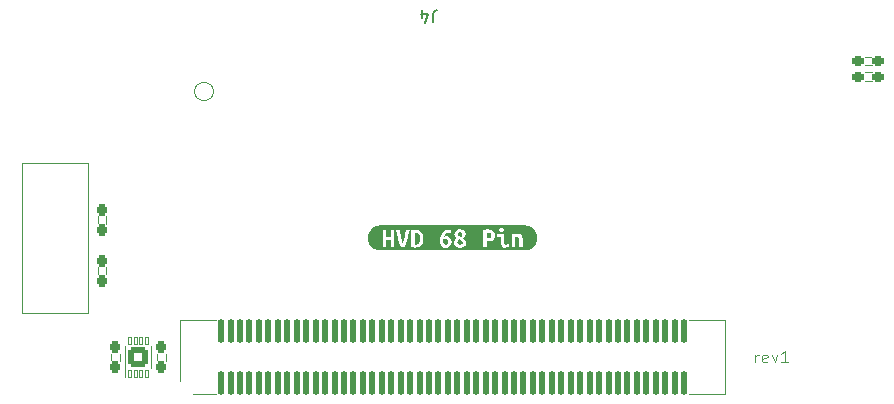
<source format=gto>
G04 #@! TF.GenerationSoftware,KiCad,Pcbnew,8.0.6*
G04 #@! TF.CreationDate,2024-11-07T02:26:58-08:00*
G04 #@! TF.ProjectId,hvd-68-hd,6876642d-3638-42d6-9864-2e6b69636164,1*
G04 #@! TF.SameCoordinates,Original*
G04 #@! TF.FileFunction,Legend,Top*
G04 #@! TF.FilePolarity,Positive*
%FSLAX46Y46*%
G04 Gerber Fmt 4.6, Leading zero omitted, Abs format (unit mm)*
G04 Created by KiCad (PCBNEW 8.0.6) date 2024-11-07 02:26:58*
%MOMM*%
%LPD*%
G01*
G04 APERTURE LIST*
G04 Aperture macros list*
%AMRoundRect*
0 Rectangle with rounded corners*
0 $1 Rounding radius*
0 $2 $3 $4 $5 $6 $7 $8 $9 X,Y pos of 4 corners*
0 Add a 4 corners polygon primitive as box body*
4,1,4,$2,$3,$4,$5,$6,$7,$8,$9,$2,$3,0*
0 Add four circle primitives for the rounded corners*
1,1,$1+$1,$2,$3*
1,1,$1+$1,$4,$5*
1,1,$1+$1,$6,$7*
1,1,$1+$1,$8,$9*
0 Add four rect primitives between the rounded corners*
20,1,$1+$1,$2,$3,$4,$5,0*
20,1,$1+$1,$4,$5,$6,$7,0*
20,1,$1+$1,$6,$7,$8,$9,0*
20,1,$1+$1,$8,$9,$2,$3,0*%
G04 Aperture macros list end*
%ADD10C,0.100000*%
%ADD11C,0.150000*%
%ADD12C,0.120000*%
%ADD13C,0.000000*%
%ADD14C,0.800000*%
%ADD15C,1.200000*%
%ADD16RoundRect,0.125000X0.125000X0.925000X-0.125000X0.925000X-0.125000X-0.925000X0.125000X-0.925000X0*%
%ADD17RoundRect,0.225000X0.225000X-0.275000X0.225000X0.275000X-0.225000X0.275000X-0.225000X-0.275000X0*%
%ADD18RoundRect,0.225000X-0.225000X0.275000X-0.225000X-0.275000X0.225000X-0.275000X0.225000X0.275000X0*%
%ADD19C,1.300000*%
%ADD20C,4.200000*%
%ADD21RoundRect,0.225000X0.275000X0.225000X-0.275000X0.225000X-0.275000X-0.225000X0.275000X-0.225000X0*%
%ADD22RoundRect,0.225000X-0.275000X-0.225000X0.275000X-0.225000X0.275000X0.225000X-0.275000X0.225000X0*%
%ADD23C,6.500000*%
%ADD24RoundRect,0.062500X0.137500X-0.287500X0.137500X0.287500X-0.137500X0.287500X-0.137500X-0.287500X0*%
%ADD25RoundRect,0.265625X0.584375X-0.584375X0.584375X0.584375X-0.584375X0.584375X-0.584375X-0.584375X0*%
%ADD26C,2.300000*%
%ADD27C,2.700000*%
%ADD28C,1.950000*%
G04 APERTURE END LIST*
D10*
X-11857143Y3542581D02*
X-11857143Y4209248D01*
X-11857143Y4018772D02*
X-11809524Y4114010D01*
X-11809524Y4114010D02*
X-11761905Y4161629D01*
X-11761905Y4161629D02*
X-11666667Y4209248D01*
X-11666667Y4209248D02*
X-11571429Y4209248D01*
X-10857143Y3590200D02*
X-10952381Y3542581D01*
X-10952381Y3542581D02*
X-11142857Y3542581D01*
X-11142857Y3542581D02*
X-11238095Y3590200D01*
X-11238095Y3590200D02*
X-11285714Y3685439D01*
X-11285714Y3685439D02*
X-11285714Y4066391D01*
X-11285714Y4066391D02*
X-11238095Y4161629D01*
X-11238095Y4161629D02*
X-11142857Y4209248D01*
X-11142857Y4209248D02*
X-10952381Y4209248D01*
X-10952381Y4209248D02*
X-10857143Y4161629D01*
X-10857143Y4161629D02*
X-10809524Y4066391D01*
X-10809524Y4066391D02*
X-10809524Y3971153D01*
X-10809524Y3971153D02*
X-11285714Y3875915D01*
X-10476190Y4209248D02*
X-10238095Y3542581D01*
X-10238095Y3542581D02*
X-10000000Y4209248D01*
X-9095238Y3542581D02*
X-9666666Y3542581D01*
X-9380952Y3542581D02*
X-9380952Y4542581D01*
X-9380952Y4542581D02*
X-9476190Y4399724D01*
X-9476190Y4399724D02*
X-9571428Y4304486D01*
X-9571428Y4304486D02*
X-9666666Y4256867D01*
D11*
X-39166667Y32354821D02*
X-39166667Y33069106D01*
X-39166667Y33069106D02*
X-39119048Y33211963D01*
X-39119048Y33211963D02*
X-39023810Y33307201D01*
X-39023810Y33307201D02*
X-38880953Y33354821D01*
X-38880953Y33354821D02*
X-38785715Y33354821D01*
X-40071429Y32688154D02*
X-40071429Y33354821D01*
X-39833334Y32307201D02*
X-39595239Y33021487D01*
X-39595239Y33021487D02*
X-40214286Y33021487D01*
D12*
G04 #@! TO.C,J1*
X-60600001Y7100000D02*
X-60600000Y2000000D01*
X-60600001Y7100000D02*
X-57500001Y7100000D01*
X-59500000Y900000D02*
X-57500001Y900000D01*
X-17499999Y7100000D02*
X-14399999Y7100000D01*
X-17499999Y900000D02*
X-14399999Y900000D01*
X-14399999Y7100000D02*
X-14399999Y900000D01*
D10*
G04 #@! TO.C,R3*
X-67549999Y11600000D02*
X-67549999Y11000000D01*
X-66850001Y11000000D02*
X-66850001Y11600000D01*
G04 #@! TO.C,R2*
X-67549999Y15900000D02*
X-67549999Y15300000D01*
X-66850001Y15300000D02*
X-66850001Y15900000D01*
D12*
G04 #@! TO.C,J4*
X-57750000Y26484001D02*
G75*
G02*
X-59350000Y26484001I-800000J0D01*
G01*
X-59350000Y26484001D02*
G75*
G02*
X-57750000Y26484001I800000J0D01*
G01*
D10*
G04 #@! TO.C,C1*
X-66399999Y3700000D02*
X-66399999Y4300000D01*
X-65700001Y4300000D02*
X-65700001Y3700000D01*
G04 #@! TO.C,R4*
X-2600000Y27400001D02*
X-2000000Y27400001D01*
X-2000000Y28099999D02*
X-2600000Y28099999D01*
G04 #@! TO.C,C2*
X-2600000Y29399999D02*
X-2000000Y29399999D01*
X-2000000Y28700001D02*
X-2600000Y28700001D01*
D13*
G04 #@! TO.C,kibuzzard-672C63B8*
G36*
X-36740307Y14533764D02*
G01*
X-36683360Y14406543D01*
X-36714863Y14276898D01*
X-36821486Y14154523D01*
X-36940832Y14211470D01*
X-37017771Y14265994D01*
X-37073506Y14404120D01*
X-37014136Y14532553D01*
X-36877221Y14576171D01*
X-36740307Y14533764D01*
G37*
G36*
X-36821486Y13891599D02*
G01*
X-36718498Y13831018D01*
X-36660339Y13764378D01*
X-36642165Y13679564D01*
X-36706381Y13554766D01*
X-36879645Y13502666D01*
X-37043215Y13552342D01*
X-37112278Y13698950D01*
X-37075929Y13831018D01*
X-36971729Y13955816D01*
X-36821486Y13891599D01*
G37*
G36*
X-34376111Y14531038D02*
G01*
X-34292811Y14490145D01*
X-34239196Y14416539D01*
X-34221325Y14304766D01*
X-34239499Y14186935D01*
X-34294023Y14109693D01*
X-34384289Y14066983D01*
X-34509693Y14052746D01*
X-34630856Y14052746D01*
X-34630856Y14537399D01*
X-34556947Y14543457D01*
X-34483037Y14544669D01*
X-34376111Y14531038D01*
G37*
G36*
X-40439418Y14502262D02*
G01*
X-40340065Y14389580D01*
X-40289176Y14227221D01*
X-40274637Y14038207D01*
X-40279180Y13931280D01*
X-40292811Y13833441D01*
X-40353393Y13672294D01*
X-40464863Y13565670D01*
X-40635703Y13526898D01*
X-40662359Y13526898D01*
X-40689015Y13529321D01*
X-40689015Y14537399D01*
X-40645396Y14543457D01*
X-40601777Y14544669D01*
X-40439418Y14502262D01*
G37*
G36*
X-38003433Y13983986D02*
G01*
X-37933764Y13937641D01*
X-37882876Y13761955D01*
X-37893780Y13677141D01*
X-37927706Y13597173D01*
X-37987076Y13536591D01*
X-38074313Y13512359D01*
X-38179725Y13542649D01*
X-38246365Y13623829D01*
X-38280291Y13738934D01*
X-38289984Y13873425D01*
X-38288772Y13919467D01*
X-38285137Y13963086D01*
X-38205170Y13989742D01*
X-38110662Y13999435D01*
X-38003433Y13983986D01*
G37*
G36*
X-31263343Y15141407D02*
G01*
X-31161761Y15126339D01*
X-31062146Y15101386D01*
X-30965455Y15066790D01*
X-30872622Y15022883D01*
X-30784539Y14970088D01*
X-30702055Y14908914D01*
X-30625964Y14839949D01*
X-30556999Y14763858D01*
X-30495825Y14681374D01*
X-30443030Y14593291D01*
X-30399123Y14500458D01*
X-30364526Y14403767D01*
X-30339574Y14304151D01*
X-30324506Y14202570D01*
X-30319467Y14100000D01*
X-30324506Y13997430D01*
X-30339574Y13895849D01*
X-30364526Y13796233D01*
X-30399123Y13699542D01*
X-30443030Y13606709D01*
X-30495825Y13518626D01*
X-30556999Y13436142D01*
X-30625964Y13360051D01*
X-30702055Y13291086D01*
X-30784539Y13229912D01*
X-30872622Y13177117D01*
X-30965455Y13133210D01*
X-31062146Y13098614D01*
X-31161761Y13073661D01*
X-31263343Y13058593D01*
X-31365913Y13053554D01*
X-31567851Y13053554D01*
X-33038772Y13053554D01*
X-34630856Y13053554D01*
X-36884491Y13053554D01*
X-38067044Y13053554D01*
X-40667205Y13053554D01*
X-41878837Y13053554D01*
X-42438611Y13053554D01*
X-43432149Y13053554D01*
X-43634087Y13053554D01*
X-43736657Y13058593D01*
X-43838239Y13073661D01*
X-43937854Y13098614D01*
X-44034545Y13133210D01*
X-44127378Y13177117D01*
X-44215461Y13229912D01*
X-44292429Y13286995D01*
X-43432149Y13286995D01*
X-43134087Y13286995D01*
X-43134087Y13948546D01*
X-42736672Y13948546D01*
X-42736672Y13286995D01*
X-42438611Y13286995D01*
X-42438611Y14786995D01*
X-42298061Y14786995D01*
X-42270194Y14651292D01*
X-42230210Y14481664D01*
X-42198169Y14354712D01*
X-42163436Y14222644D01*
X-42126010Y14085460D01*
X-42086430Y13945584D01*
X-42045234Y13805439D01*
X-42002423Y13665024D01*
X-41938813Y13465105D01*
X-41878837Y13286995D01*
X-41571082Y13286995D01*
X-41524771Y13416101D01*
X-41479537Y13548169D01*
X-41435380Y13683199D01*
X-41392973Y13818901D01*
X-41352989Y13952989D01*
X-41315428Y14085460D01*
X-41263934Y14278413D01*
X-41218498Y14462278D01*
X-41179422Y14633118D01*
X-41151094Y14767609D01*
X-40987076Y14767609D01*
X-40987076Y13303958D01*
X-40823506Y13276090D01*
X-40667205Y13267609D01*
X-40520901Y13278211D01*
X-40387318Y13310016D01*
X-40268881Y13364842D01*
X-40168013Y13444507D01*
X-40085925Y13550222D01*
X-40023829Y13683199D01*
X-39984754Y13845254D01*
X-39981053Y13900081D01*
X-38583199Y13900081D01*
X-38568525Y13698277D01*
X-38524502Y13535514D01*
X-38451131Y13411793D01*
X-38349758Y13324960D01*
X-38221729Y13272859D01*
X-38067044Y13255493D01*
X-37951939Y13267306D01*
X-37853796Y13302746D01*
X-37705977Y13425121D01*
X-37619952Y13589903D01*
X-37608499Y13662601D01*
X-37390953Y13662601D01*
X-37354604Y13491761D01*
X-37251616Y13363328D01*
X-37091680Y13283360D01*
X-36993235Y13262460D01*
X-36884491Y13255493D01*
X-36750606Y13265186D01*
X-36639742Y13294265D01*
X-36478595Y13392407D01*
X-36388934Y13526898D01*
X-36361066Y13674717D01*
X-36375303Y13783764D01*
X-36418013Y13883118D01*
X-36495254Y13973990D01*
X-36613086Y14057593D01*
X-36518578Y14133623D01*
X-36453150Y14226010D01*
X-36414984Y14327484D01*
X-36402262Y14430775D01*
X-36434067Y14591922D01*
X-36529483Y14716721D01*
X-36624514Y14767609D01*
X-34928918Y14767609D01*
X-34928918Y13286995D01*
X-34630856Y13286995D01*
X-34630856Y13793457D01*
X-34524233Y13793457D01*
X-34345046Y13806785D01*
X-34195207Y13846769D01*
X-34074717Y13913409D01*
X-33986537Y14009935D01*
X-33933630Y14139580D01*
X-33915994Y14302342D01*
X-33929416Y14425929D01*
X-33760905Y14425929D01*
X-33760905Y14178756D01*
X-33445880Y14178756D01*
X-33445880Y13759532D01*
X-33441034Y13647456D01*
X-33426494Y13548708D01*
X-33359855Y13392407D01*
X-33233845Y13294265D01*
X-33145699Y13268821D01*
X-33038772Y13260339D01*
X-32889742Y13276090D01*
X-32716478Y13335460D01*
X-32755250Y13575363D01*
X-32886107Y13530533D01*
X-32985460Y13519628D01*
X-33110258Y13569305D01*
X-33147819Y13720759D01*
X-33147819Y14389580D01*
X-32483845Y14389580D01*
X-32483845Y13286995D01*
X-32185784Y13286995D01*
X-32185784Y14181179D01*
X-32116721Y14188449D01*
X-32050081Y14190872D01*
X-31902262Y14120598D01*
X-31875000Y14027908D01*
X-31865913Y13890388D01*
X-31865913Y13286995D01*
X-31567851Y13286995D01*
X-31567851Y13929160D01*
X-31573304Y14040327D01*
X-31589661Y14141195D01*
X-31663570Y14305977D01*
X-31805331Y14412601D01*
X-31906502Y14440771D01*
X-32030695Y14450162D01*
X-32163671Y14445315D01*
X-32286349Y14430775D01*
X-32394487Y14410784D01*
X-32483845Y14389580D01*
X-33147819Y14389580D01*
X-33147819Y14425929D01*
X-33348950Y14425929D01*
X-33760905Y14425929D01*
X-33929416Y14425929D01*
X-33933495Y14463489D01*
X-33985999Y14591519D01*
X-34073506Y14686430D01*
X-34192784Y14751723D01*
X-34197863Y14753069D01*
X-33535541Y14753069D01*
X-33481018Y14614943D01*
X-33348950Y14564055D01*
X-33215670Y14614943D01*
X-33159935Y14753069D01*
X-33215670Y14893619D01*
X-33348950Y14944507D01*
X-33481018Y14893619D01*
X-33535541Y14753069D01*
X-34197863Y14753069D01*
X-34340603Y14790899D01*
X-34516963Y14803958D01*
X-34611470Y14801535D01*
X-34720517Y14795477D01*
X-34830775Y14784572D01*
X-34928918Y14767609D01*
X-36624514Y14767609D01*
X-36678817Y14796688D01*
X-36872375Y14823344D01*
X-36997173Y14813045D01*
X-37100162Y14782149D01*
X-37247981Y14677948D01*
X-37329160Y14536187D01*
X-37354604Y14384733D01*
X-37315832Y14210258D01*
X-37260097Y14130291D01*
X-37170436Y14055170D01*
X-37269184Y13971870D01*
X-37337641Y13877060D01*
X-37377625Y13773162D01*
X-37390953Y13662601D01*
X-37608499Y13662601D01*
X-37592084Y13766801D01*
X-37617528Y13950969D01*
X-37701131Y14103635D01*
X-37850162Y14207835D01*
X-37951030Y14236914D01*
X-38071890Y14246607D01*
X-38149435Y14235703D01*
X-38239095Y14205412D01*
X-38155493Y14362924D01*
X-38021002Y14465913D01*
X-37851373Y14522859D01*
X-37662359Y14542246D01*
X-37679321Y14796688D01*
X-37873788Y14782149D01*
X-38050081Y14738530D01*
X-38205170Y14666438D01*
X-38336026Y14566478D01*
X-38441135Y14439257D01*
X-38518982Y14285380D01*
X-38567145Y14105452D01*
X-38583199Y13900081D01*
X-39981053Y13900081D01*
X-39971729Y14038207D01*
X-39983542Y14226918D01*
X-40018982Y14385945D01*
X-40075626Y14517407D01*
X-40151050Y14623425D01*
X-40245254Y14704301D01*
X-40358239Y14760339D01*
X-40486975Y14793053D01*
X-40628433Y14803958D01*
X-40795638Y14796688D01*
X-40987076Y14767609D01*
X-41151094Y14767609D01*
X-41147011Y14786995D01*
X-41459612Y14786995D01*
X-41481422Y14660985D01*
X-41508078Y14515590D01*
X-41538368Y14358380D01*
X-41571082Y14196931D01*
X-41606220Y14034572D01*
X-41643780Y13874637D01*
X-41682553Y13724697D01*
X-41721325Y13592326D01*
X-41760400Y13726515D01*
X-41800081Y13877060D01*
X-41838853Y14036995D01*
X-41875202Y14199354D01*
X-41908825Y14360501D01*
X-41939418Y14516801D01*
X-41964863Y14661288D01*
X-41983037Y14786995D01*
X-42298061Y14786995D01*
X-42438611Y14786995D01*
X-42736672Y14786995D01*
X-42736672Y14195719D01*
X-43134087Y14195719D01*
X-43134087Y14786995D01*
X-43432149Y14786995D01*
X-43432149Y13286995D01*
X-44292429Y13286995D01*
X-44297945Y13291086D01*
X-44374036Y13360051D01*
X-44443001Y13436142D01*
X-44504175Y13518626D01*
X-44556970Y13606709D01*
X-44600877Y13699542D01*
X-44635474Y13796233D01*
X-44660426Y13895849D01*
X-44675494Y13997430D01*
X-44680533Y14100000D01*
X-44675494Y14202570D01*
X-44660426Y14304151D01*
X-44635474Y14403767D01*
X-44600877Y14500458D01*
X-44556970Y14593291D01*
X-44504175Y14681374D01*
X-44443001Y14763858D01*
X-44374036Y14839949D01*
X-44297945Y14908914D01*
X-44215461Y14970088D01*
X-44127378Y15022883D01*
X-44034545Y15066790D01*
X-43937854Y15101386D01*
X-43838239Y15126339D01*
X-43736657Y15141407D01*
X-43634087Y15146446D01*
X-43432149Y15146446D01*
X-31567851Y15146446D01*
X-31365913Y15146446D01*
X-31263343Y15141407D01*
G37*
D10*
G04 #@! TO.C,R1*
X-62499999Y4300000D02*
X-62499999Y3700000D01*
X-61800001Y3700000D02*
X-61800001Y4300000D01*
G04 #@! TO.C,U1*
X-65200000Y2300000D02*
X-65200000Y4950000D01*
X-63000000Y4950000D02*
X-63000000Y3050000D01*
G04 #@! TO.C,J3*
X-68370000Y7770001D02*
X-73969999Y7770000D01*
X-73969999Y20440000D01*
X-68369999Y20440000D01*
X-68370000Y7770001D01*
G04 #@! TD*
%LPC*%
D14*
G04 #@! TO.C,J1*
X-15400000Y4000000D03*
D15*
X-59600000Y4000000D03*
D16*
X-57100000Y1800000D03*
X-57100000Y6200000D03*
X-56300000Y1800001D03*
X-56300000Y6199999D03*
X-55500000Y1800000D03*
X-55500000Y6200000D03*
X-54700001Y1800000D03*
X-54700001Y6200000D03*
X-53900000Y1800000D03*
X-53900000Y6200000D03*
X-53100000Y1800000D03*
X-53100000Y6200000D03*
X-52299999Y1800000D03*
X-52299999Y6200000D03*
X-51500000Y1800000D03*
X-51500000Y6200000D03*
X-50700000Y1800001D03*
X-50700000Y6199999D03*
X-49900000Y1800000D03*
X-49900000Y6200000D03*
X-49100000Y1800000D03*
X-49100000Y6200000D03*
X-48300000Y1800000D03*
X-48300000Y6200000D03*
X-47500000Y1800000D03*
X-47500000Y6200000D03*
X-46699999Y1800000D03*
X-46699999Y6200000D03*
X-45900000Y1800000D03*
X-45900000Y6200000D03*
X-45100000Y1800001D03*
X-45100000Y6199999D03*
X-44300000Y1800000D03*
X-44300000Y6200000D03*
X-43500000Y1800000D03*
X-43500000Y6200000D03*
X-42700000Y1800000D03*
X-42700000Y6200000D03*
X-41900000Y1800000D03*
X-41900000Y6200000D03*
X-41099999Y1800000D03*
X-41099999Y6200000D03*
X-40300000Y1800000D03*
X-40300000Y6200000D03*
X-39500000Y1800001D03*
X-39500000Y6199999D03*
X-38700000Y1800000D03*
X-38700000Y6200000D03*
X-37900000Y1800000D03*
X-37900000Y6200000D03*
X-37100000Y1800000D03*
X-37100000Y6200000D03*
X-36300000Y1800000D03*
X-36300000Y6200000D03*
X-35500000Y1800001D03*
X-35500000Y6199999D03*
X-34700000Y1800000D03*
X-34700000Y6200000D03*
X-33900001Y1800000D03*
X-33900001Y6200000D03*
X-33100000Y1800000D03*
X-33100000Y6200000D03*
X-32300000Y1800000D03*
X-32300000Y6200000D03*
X-31500000Y1800000D03*
X-31500000Y6200000D03*
X-30700000Y1800000D03*
X-30700000Y6200000D03*
X-29900000Y1800001D03*
X-29900000Y6199999D03*
X-29100000Y1800000D03*
X-29100000Y6200000D03*
X-28300001Y1800000D03*
X-28300001Y6200000D03*
X-27500000Y1800000D03*
X-27500000Y6200000D03*
X-26700000Y1800000D03*
X-26700000Y6200000D03*
X-25900000Y1800000D03*
X-25900000Y6200000D03*
X-25100000Y1800000D03*
X-25100000Y6200000D03*
X-24300000Y1800001D03*
X-24300000Y6199999D03*
X-23500000Y1800000D03*
X-23500000Y6200000D03*
X-22700001Y1800000D03*
X-22700001Y6200000D03*
X-21900000Y1800000D03*
X-21900000Y6200000D03*
X-21100000Y1800000D03*
X-21100000Y6200000D03*
X-20299999Y1800000D03*
X-20299999Y6200000D03*
X-19500000Y1800000D03*
X-19500000Y6200000D03*
X-18700000Y1800001D03*
X-18700000Y6199999D03*
X-17900000Y1800000D03*
X-17900000Y6200000D03*
G04 #@! TD*
D17*
G04 #@! TO.C,R3*
X-67200000Y10450000D03*
X-67200000Y12150000D03*
G04 #@! TD*
D18*
G04 #@! TO.C,R2*
X-67200000Y16450000D03*
X-67200000Y14750000D03*
G04 #@! TD*
D19*
G04 #@! TO.C,J4*
X-58550000Y26484001D03*
X-57280000Y24579001D03*
X-56010000Y26484001D03*
X-54740000Y24579000D03*
X-53470000Y26484001D03*
X-52199999Y24579001D03*
X-50930000Y26484000D03*
X-49659999Y24579000D03*
X-48390000Y26484001D03*
X-47119999Y24579000D03*
X-45850000Y26484001D03*
X-44579998Y24579000D03*
X-43310000Y26484001D03*
X-42039999Y24579001D03*
X-40770000Y26484000D03*
X-39499999Y24579000D03*
X-38230000Y26484000D03*
X-36959999Y24579000D03*
X-35690000Y26484001D03*
X-34420000Y24579001D03*
X-33150000Y26484001D03*
X-31880000Y24579000D03*
X-30610000Y26484001D03*
X-29339998Y24579000D03*
X-28070000Y26484000D03*
X-26799999Y24579000D03*
X-25530000Y26484001D03*
X-24259999Y24579000D03*
X-22990000Y26484001D03*
X-21719998Y24579000D03*
X-20450000Y26484001D03*
X-19179999Y24579001D03*
X-17910000Y26484000D03*
X-16639999Y24579000D03*
X-58550000Y30294000D03*
X-57280000Y28388999D03*
X-56010000Y30294000D03*
X-54740000Y28389000D03*
X-53470000Y30294000D03*
X-52200000Y28389000D03*
X-50930000Y30294000D03*
X-49660000Y28389000D03*
X-48390000Y30294000D03*
X-47120000Y28389000D03*
X-45850000Y30294000D03*
X-44580000Y28388999D03*
X-43310000Y30294000D03*
X-42040000Y28389000D03*
X-40770000Y30294000D03*
X-39500000Y28389000D03*
X-38230000Y30294000D03*
X-36960000Y28389000D03*
X-35690000Y30294000D03*
X-34420000Y28388999D03*
X-33150000Y30294000D03*
X-31880000Y28389000D03*
X-30610000Y30294000D03*
X-29340000Y28389000D03*
X-28070000Y30294000D03*
X-26800000Y28389000D03*
X-25530000Y30294000D03*
X-24260000Y28389000D03*
X-22990000Y30294000D03*
X-21720000Y28388999D03*
X-20450000Y30294000D03*
X-19180000Y28389000D03*
X-17910000Y30294000D03*
X-16640000Y28389000D03*
D20*
X-8639001Y28389000D03*
X-66550000Y28388999D03*
G04 #@! TD*
D17*
G04 #@! TO.C,C1*
X-66050000Y3150000D03*
X-66050000Y4850000D03*
G04 #@! TD*
D21*
G04 #@! TO.C,R4*
X-1450000Y27750000D03*
X-3150000Y27750000D03*
G04 #@! TD*
D22*
G04 #@! TO.C,C2*
X-3150000Y29050000D03*
X-1450000Y29050000D03*
G04 #@! TD*
D23*
G04 #@! TO.C,H4*
X-4000000Y4000000D03*
G04 #@! TD*
D17*
G04 #@! TO.C,R1*
X-62150000Y3150000D03*
X-62150000Y4850000D03*
G04 #@! TD*
D24*
G04 #@! TO.C,U1*
X-64850001Y2600000D03*
X-64350000Y2600000D03*
X-63850000Y2600000D03*
X-63349999Y2600000D03*
X-63349999Y5400000D03*
X-63850000Y5400000D03*
X-64350000Y5400000D03*
X-64850001Y5400000D03*
D25*
X-64100000Y4000000D03*
G04 #@! TD*
D26*
G04 #@! TO.C,J3*
X-72440000Y10870000D03*
D27*
X-69900000Y17340000D03*
D28*
X-72440000Y16010000D03*
X-69900000Y14740000D03*
X-72440000Y13470000D03*
X-69900000Y12200000D03*
G04 #@! TD*
D23*
G04 #@! TO.C,H3*
X-71000000Y4000000D03*
G04 #@! TD*
G36*
X-56961Y20530315D02*
G01*
X-11206Y20477511D01*
X0Y20426000D01*
X0Y11474000D01*
X-19685Y11406961D01*
X-72489Y11361206D01*
X-124000Y11350000D01*
X-2376000Y11350000D01*
X-2443039Y11369685D01*
X-2488794Y11422489D01*
X-2500000Y11474000D01*
X-2500000Y20426000D01*
X-2480315Y20493039D01*
X-2427511Y20538794D01*
X-2376000Y20550000D01*
X-124000Y20550000D01*
X-56961Y20530315D01*
G37*
%LPD*%
M02*

</source>
